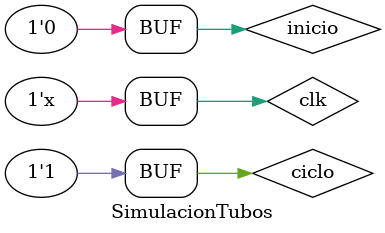
<source format=v>
`timescale 1ns / 1ps


module SimulacionTubos;

	// Inputs
	reg clk;
	reg inicio;
	reg ciclo;

	// Outputs
	wire random;
	wire [9:0] posx;
	wire termina;

	// Instantiate the Unit Under Test (UUT)
	FSM_CreaTubo uut (
		.clk(clk), 
		.inicio(inicio), 
		.ciclo(ciclo), 
		.random(random), 
		.posx(posx), 
		.termina(termina)
	);

	initial begin
		// Initialize Inputs
		clk = 0;
		inicio = 0;
		ciclo = 0;

		// Wait 100 ns for global reset to finish
		#20;
		
		inicio = 1;
		ciclo = 0;
		
		#20;
        
		inicio = 0;
		ciclo = 1;
		// Add stimulus here

	end
	
		always begin #20 clk = ~clk; end
      
endmodule


</source>
